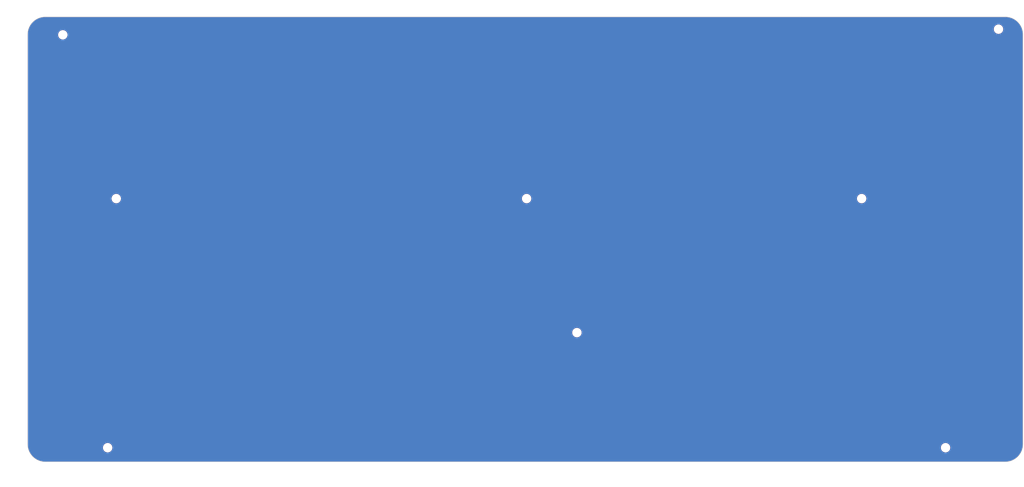
<source format=kicad_pcb>
(kicad_pcb (version 20240108) (generator "pcbnew") (generator_version "8.0")
  (layers (0 "F.Cu" signal) (31 "B.Cu" signal) (34 "B.Paste" user) (35 "F.Paste" user) (36 "B.SilkS" user "B.Silkscreen") (37 "F.SilkS" user "F.Silkscreen") (38 "B.Mask" user) (39 "F.Mask" user) (44 "Edge.Cuts" user))
  (net 0 "")
  (footprint "MountingHole:MountingHole_2.2mm_M2" (layer "F.Cu") (at 353.05 36.5)
    (property "Reference" "H11" (hide yes))
    (property "Value" "SMTSO2035CTJ")
    (pad "" np_thru_hole circle (at 0 0) (size 2.2 2.2) (drill 2.2) (layers "*.Cu" "*.Mask"))
  )
  (footprint "MountingHole:MountingHole_2.2mm_M2" (layer "F.Cu") (at 338 155.5)
    (property "Reference" "H6" (hide yes))
    (property "Value" "SMTSO2035CTJ")
    (pad "" np_thru_hole circle (at 0 0) (size 2.2 2.2) (drill 2.2) (layers "*.Cu" "*.Mask"))
  )
  (footprint "MountingHole:MountingHole_2.2mm_M2" (layer "F.Cu") (at 314.14 84.67)
    (property "Reference" "H10" (hide yes))
    (property "Value" "SMTSO2035CTJ")
    (pad "" np_thru_hole circle (at 0 0) (size 2.2 2.2) (drill 2.2) (layers "*.Cu" "*.Mask"))
  )
  (footprint "MountingHole:MountingHole_2.2mm_M2" (layer "F.Cu") (at 99.75 155.5)
    (property "Reference" "H2" (hide yes))
    (property "Value" "SMTSO2035CTJ")
    (pad "" np_thru_hole circle (at 0 0) (size 2.2 2.2) (drill 2.2) (layers "*.Cu" "*.Mask"))
  )
  (footprint "MountingHole:MountingHole_2.2mm_M2" (layer "F.Cu") (at 102.2 84.67)
    (property "Reference" "H4" (hide yes))
    (property "Value" "SMTSO2035CTJ")
    (pad "" np_thru_hole circle (at 0 0) (size 2.2 2.2) (drill 2.2) (layers "*.Cu" "*.Mask"))
  )
  (footprint "MountingHole:MountingHole_2.2mm_M2" (layer "F.Cu") (at 233.175 122.775)
    (property "Reference" "H1" (hide yes))
    (property "Value" "SMTSO2035CTJ")
    (pad "" np_thru_hole circle (at 0 0) (size 2.2 2.2) (drill 2.2) (layers "*.Cu" "*.Mask"))
  )
  (footprint "MountingHole:MountingHole_2.2mm_M2" (layer "F.Cu") (at 87 38.1)
    (property "Reference" "H3" (hide yes))
    (property "Value" "SMTSO2035CTJ")
    (pad "" np_thru_hole circle (at 0 0) (size 2.2 2.2) (drill 2.2) (layers "*.Cu" "*.Mask"))
  )
  (footprint "MountingHole:MountingHole_2.2mm_M2" (layer "F.Cu") (at 218.875 84.67)
    (property "Reference" "H9" (hide yes))
    (property "Value" "SMTSO2035CTJ")
    (pad "" np_thru_hole circle (at 0 0) (size 2.2 2.2) (drill 2.2) (layers "*.Cu" "*.Mask"))
  )
  (gr_line (start 360 45.5) (end 360 38) (stroke (width 0.1)) (layer "Edge.Cuts"))
  (gr_arc (start 360 154.5) (mid 358.535534 158.035534) (end 355 159.5) (stroke (width 0.1)) (layer "Edge.Cuts"))
  (gr_arc (start 82 159.5) (mid 78.464466 158.035534) (end 77 154.5) (stroke (width 0.1)) (layer "Edge.Cuts"))
  (gr_line (start 77 38) (end 77 154.5) (stroke (width 0.1)) (layer "Edge.Cuts"))
  (gr_line (start 296.62196 33.003128) (end 355 33) (stroke (width 0.1)) (layer "Edge.Cuts"))
  (gr_line (start 360 52.5) (end 360 154.5) (stroke (width 0.1)) (layer "Edge.Cuts"))
  (gr_line (start 360 45.5) (end 360 52.5) (stroke (width 0.1)) (layer "Edge.Cuts"))
  (gr_arc (start 77 38) (mid 78.464466 34.464466) (end 82 33) (stroke (width 0.1)) (layer "Edge.Cuts"))
  (gr_line (start 82 159.5) (end 355 159.5) (stroke (width 0.1)) (layer "Edge.Cuts"))
  (gr_line (start 296.62196 33.003128) (end 82 33) (stroke (width 0.1)) (layer "Edge.Cuts"))
  (gr_arc (start 355 33) (mid 358.535534 34.464466) (end 360 38) (stroke (width 0.1)) (layer "Edge.Cuts"))
  (gr_text "This side faces the back of the main PCB." (at 218.5 102.1 0) (layer "F.Cu" knockout) (effects (font (size 1 1) (thickness 0.15) (bold yes))))
  (zone (net 0) (net_name "") (layer "F.Cu") (connect_pads yes (clearance 0.508)) (min_thickness 0.254) (fill yes (thermal_gap 0.508) (thermal_bridge_width 0.508))
    (polygon (pts (xy 360 159.5) (xy 77 159.5) (xy 77 32.9) (xy 360 32.9)))
  )
  (zone (net 0) (net_name "") (layer "B.Cu") (connect_pads yes (clearance 0.508)) (min_thickness 0.254) (fill yes (thermal_gap 0.508) (thermal_bridge_width 0.508))
    (polygon (pts (xy 360 159.5) (xy 77 159.5) (xy 77 32.9) (xy 360 32.9)))
  )
)
</source>
